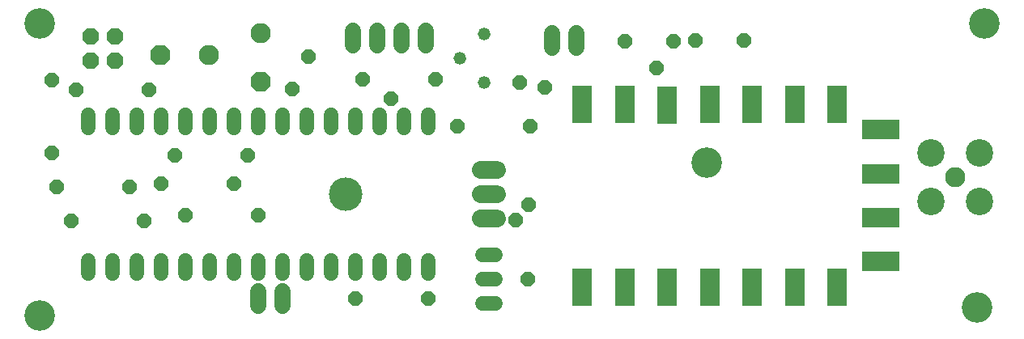
<source format=gbr>
G04 EAGLE Gerber RS-274X export*
G75*
%MOMM*%
%FSLAX34Y34*%
%LPD*%
%INSoldermask Bottom*%
%IPPOS*%
%AMOC8*
5,1,8,0,0,1.08239X$1,22.5*%
G01*
%ADD10C,3.203200*%
%ADD11P,1.649562X8X22.500000*%
%ADD12C,2.108200*%
%ADD13P,2.281895X8X202.500000*%
%ADD14P,2.281895X8X292.500000*%
%ADD15C,1.727200*%
%ADD16C,1.879600*%
%ADD17C,3.505200*%
%ADD18P,1.869504X8X22.500000*%
%ADD19P,1.649562X8X202.500000*%
%ADD20P,1.649562X8X112.500000*%
%ADD21C,1.320800*%
%ADD22C,1.524000*%
%ADD23R,2.133600X4.013200*%
%ADD24R,4.013200X2.133600*%
%ADD25C,1.511200*%
%ADD26C,2.870200*%
%ADD27P,1.627049X8X22.500000*%


D10*
X25400Y331470D03*
X25400Y25400D03*
X1013460Y331470D03*
X1005840Y34290D03*
D11*
X637540Y312420D03*
X688340Y312420D03*
D12*
X201930Y298450D03*
D13*
X151130Y298450D03*
D11*
X711200Y313690D03*
X762000Y313690D03*
D12*
X256540Y321310D03*
D14*
X256540Y270510D03*
D15*
X353060Y308610D02*
X353060Y323850D01*
X378460Y323850D02*
X378460Y308610D01*
X403860Y308610D02*
X403860Y323850D01*
X429260Y323850D02*
X429260Y308610D01*
D16*
X486918Y177800D02*
X503682Y177800D01*
X503682Y152400D02*
X486918Y152400D01*
X486918Y127000D02*
X503682Y127000D01*
D17*
X345440Y152400D03*
D18*
X78740Y317500D03*
X78740Y292100D03*
X104140Y317500D03*
X104140Y292100D03*
D15*
X279400Y50800D02*
X279400Y35560D01*
X254000Y35560D02*
X254000Y50800D01*
X586580Y306070D02*
X586580Y321310D01*
X561180Y321310D02*
X561180Y306070D01*
D19*
X228600Y163830D03*
X152400Y163830D03*
D11*
X462280Y223520D03*
X538480Y223520D03*
D19*
X431800Y43180D03*
X355600Y43180D03*
X119380Y160020D03*
X43180Y160020D03*
X242570Y193040D03*
X166370Y193040D03*
D20*
X38100Y195580D03*
X38100Y271780D03*
D19*
X254000Y130810D03*
X177800Y130810D03*
X134620Y124460D03*
X58420Y124460D03*
X139700Y261620D03*
X63500Y261620D03*
X439420Y273050D03*
X363220Y273050D03*
D21*
X490220Y320040D03*
X464820Y294640D03*
X490220Y269240D03*
D22*
X488696Y88900D02*
X501904Y88900D01*
X501904Y38100D02*
X488696Y38100D01*
X488696Y63500D02*
X501904Y63500D01*
D23*
X592670Y246360D03*
X726170Y246360D03*
X592670Y55360D03*
X637170Y246360D03*
X637170Y55360D03*
X681670Y245860D03*
X681670Y55360D03*
X770670Y246360D03*
X815170Y246360D03*
X859670Y246360D03*
X726170Y55360D03*
X770670Y55360D03*
X815170Y55360D03*
X859670Y55360D03*
D24*
X904670Y127860D03*
X904670Y219860D03*
X904670Y173860D03*
X904670Y81860D03*
D25*
X431800Y222060D02*
X431800Y235140D01*
X406400Y235140D02*
X406400Y222060D01*
X381000Y222060D02*
X381000Y235140D01*
X355600Y235140D02*
X355600Y222060D01*
X330200Y222060D02*
X330200Y235140D01*
X304800Y235140D02*
X304800Y222060D01*
X279400Y222060D02*
X279400Y235140D01*
X254000Y235140D02*
X254000Y222060D01*
X228600Y222060D02*
X228600Y235140D01*
X203200Y235140D02*
X203200Y222060D01*
X177800Y222060D02*
X177800Y235140D01*
X152400Y235140D02*
X152400Y222060D01*
X431800Y82740D02*
X431800Y69660D01*
X406400Y69660D02*
X406400Y82740D01*
X381000Y82740D02*
X381000Y69660D01*
X228600Y69660D02*
X228600Y82740D01*
X203200Y82740D02*
X203200Y69660D01*
X177800Y69660D02*
X177800Y82740D01*
X152400Y82740D02*
X152400Y69660D01*
X76200Y69660D02*
X76200Y82740D01*
X76200Y222060D02*
X76200Y235140D01*
X101600Y235140D02*
X101600Y222060D01*
X127000Y222060D02*
X127000Y235140D01*
X101600Y82740D02*
X101600Y69660D01*
X127000Y69660D02*
X127000Y82740D01*
X355600Y82740D02*
X355600Y69660D01*
X254000Y69660D02*
X254000Y82740D01*
X279400Y82740D02*
X279400Y69660D01*
X304800Y69660D02*
X304800Y82740D01*
X330200Y82740D02*
X330200Y69660D01*
D10*
X723020Y185340D03*
D12*
X982980Y170180D03*
D26*
X957481Y195679D03*
X1008479Y195679D03*
X1008479Y144681D03*
X957481Y144681D03*
D27*
X289560Y262890D03*
X670560Y284480D03*
X527050Y269240D03*
X523240Y125730D03*
X306070Y296522D03*
X393042Y252730D03*
X553720Y264160D03*
X536575Y141628D03*
X535940Y63500D03*
M02*

</source>
